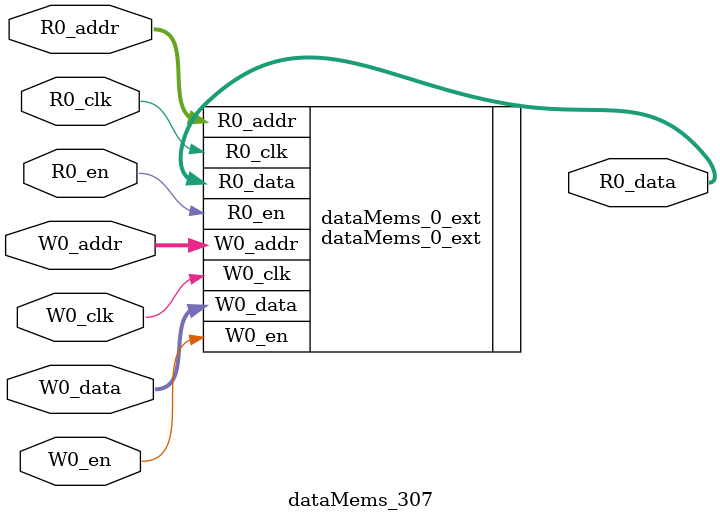
<source format=sv>
`ifndef RANDOMIZE
  `ifdef RANDOMIZE_REG_INIT
    `define RANDOMIZE
  `endif // RANDOMIZE_REG_INIT
`endif // not def RANDOMIZE
`ifndef RANDOMIZE
  `ifdef RANDOMIZE_MEM_INIT
    `define RANDOMIZE
  `endif // RANDOMIZE_MEM_INIT
`endif // not def RANDOMIZE

`ifndef RANDOM
  `define RANDOM $random
`endif // not def RANDOM

// Users can define 'PRINTF_COND' to add an extra gate to prints.
`ifndef PRINTF_COND_
  `ifdef PRINTF_COND
    `define PRINTF_COND_ (`PRINTF_COND)
  `else  // PRINTF_COND
    `define PRINTF_COND_ 1
  `endif // PRINTF_COND
`endif // not def PRINTF_COND_

// Users can define 'ASSERT_VERBOSE_COND' to add an extra gate to assert error printing.
`ifndef ASSERT_VERBOSE_COND_
  `ifdef ASSERT_VERBOSE_COND
    `define ASSERT_VERBOSE_COND_ (`ASSERT_VERBOSE_COND)
  `else  // ASSERT_VERBOSE_COND
    `define ASSERT_VERBOSE_COND_ 1
  `endif // ASSERT_VERBOSE_COND
`endif // not def ASSERT_VERBOSE_COND_

// Users can define 'STOP_COND' to add an extra gate to stop conditions.
`ifndef STOP_COND_
  `ifdef STOP_COND
    `define STOP_COND_ (`STOP_COND)
  `else  // STOP_COND
    `define STOP_COND_ 1
  `endif // STOP_COND
`endif // not def STOP_COND_

// Users can define INIT_RANDOM as general code that gets injected into the
// initializer block for modules with registers.
`ifndef INIT_RANDOM
  `define INIT_RANDOM
`endif // not def INIT_RANDOM

// If using random initialization, you can also define RANDOMIZE_DELAY to
// customize the delay used, otherwise 0.002 is used.
`ifndef RANDOMIZE_DELAY
  `define RANDOMIZE_DELAY 0.002
`endif // not def RANDOMIZE_DELAY

// Define INIT_RANDOM_PROLOG_ for use in our modules below.
`ifndef INIT_RANDOM_PROLOG_
  `ifdef RANDOMIZE
    `ifdef VERILATOR
      `define INIT_RANDOM_PROLOG_ `INIT_RANDOM
    `else  // VERILATOR
      `define INIT_RANDOM_PROLOG_ `INIT_RANDOM #`RANDOMIZE_DELAY begin end
    `endif // VERILATOR
  `else  // RANDOMIZE
    `define INIT_RANDOM_PROLOG_
  `endif // RANDOMIZE
`endif // not def INIT_RANDOM_PROLOG_

// Include register initializers in init blocks unless synthesis is set
`ifndef SYNTHESIS
  `ifndef ENABLE_INITIAL_REG_
    `define ENABLE_INITIAL_REG_
  `endif // not def ENABLE_INITIAL_REG_
`endif // not def SYNTHESIS

// Include rmemory initializers in init blocks unless synthesis is set
`ifndef SYNTHESIS
  `ifndef ENABLE_INITIAL_MEM_
    `define ENABLE_INITIAL_MEM_
  `endif // not def ENABLE_INITIAL_MEM_
`endif // not def SYNTHESIS

module dataMems_307(	// @[generators/ara/src/main/scala/UnsafeAXI4ToTL.scala:365:62]
  input  [4:0]  R0_addr,
  input         R0_en,
  input         R0_clk,
  output [66:0] R0_data,
  input  [4:0]  W0_addr,
  input         W0_en,
  input         W0_clk,
  input  [66:0] W0_data
);

  dataMems_0_ext dataMems_0_ext (	// @[generators/ara/src/main/scala/UnsafeAXI4ToTL.scala:365:62]
    .R0_addr (R0_addr),
    .R0_en   (R0_en),
    .R0_clk  (R0_clk),
    .R0_data (R0_data),
    .W0_addr (W0_addr),
    .W0_en   (W0_en),
    .W0_clk  (W0_clk),
    .W0_data (W0_data)
  );
endmodule


</source>
